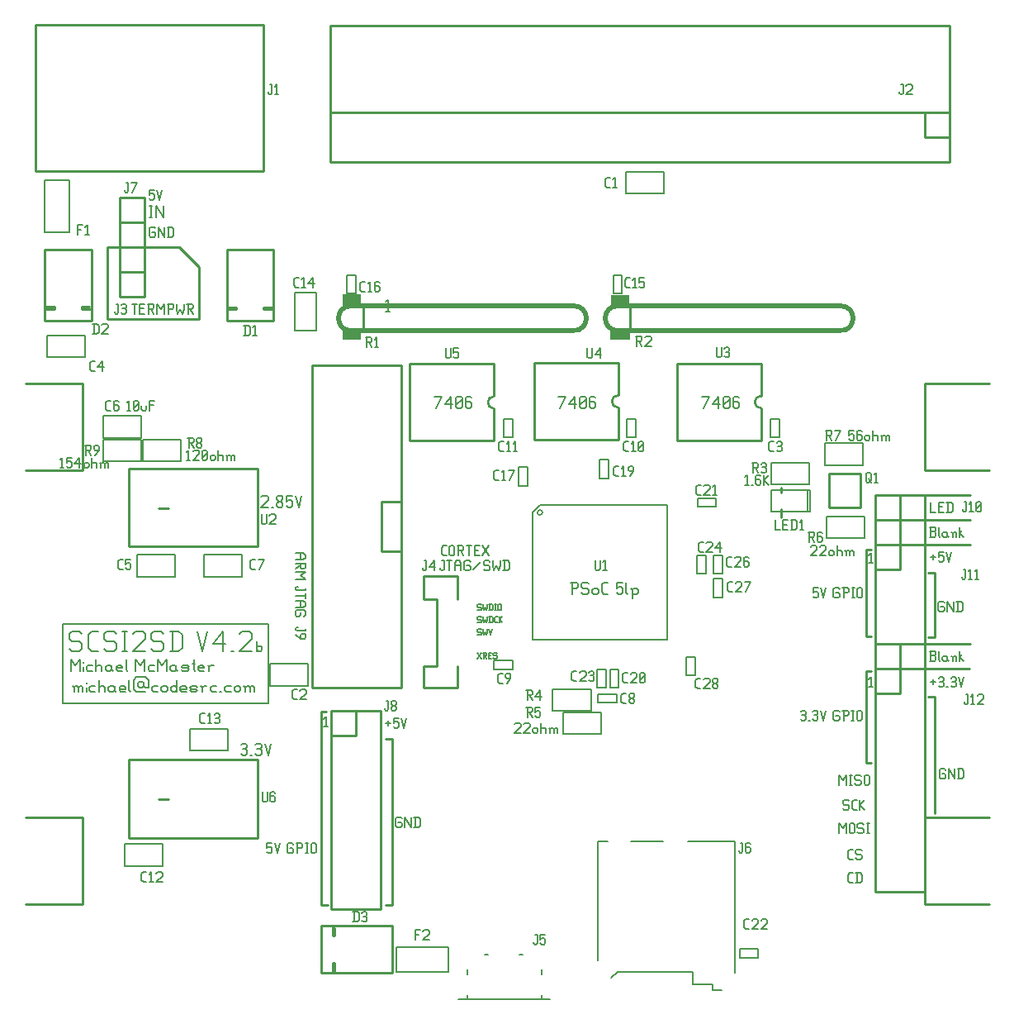
<source format=gto>
G04 start of page 13 for group -4079 idx -4079 *
G04 Title: (unknown), topsilk *
G04 Creator: pcb 20140316 *
G04 CreationDate: Sun 31 Aug 2014 13:13:45 GMT UTC *
G04 For: michael *
G04 Format: Gerber/RS-274X *
G04 PCB-Dimensions (mil): 3930.00 3937.00 *
G04 PCB-Coordinate-Origin: lower left *
%MOIN*%
%FSLAX25Y25*%
%LNTOPSILK*%
%ADD182C,0.0200*%
%ADD181C,0.0080*%
%ADD180C,0.0060*%
%ADD179C,0.0100*%
%ADD178C,0.0001*%
G54D178*G36*
X130000Y284600D02*X137500D01*
Y279600D01*
X130000D01*
Y284600D01*
G37*
G36*
X238300Y284200D02*X245800D01*
Y279200D01*
X238300D01*
Y284200D01*
G37*
G36*
X130000Y270200D02*X137500D01*
Y266200D01*
X130000D01*
Y270200D01*
G37*
G36*
X238000D02*X246000D01*
Y266200D01*
X238000D01*
Y270200D01*
G37*
G54D179*X391000Y248700D02*X365000D01*
Y213700D01*
X391000D01*
X362500Y203700D02*X383500D01*
X363500Y193700D02*X383500D01*
X2000Y248700D02*X25000D01*
Y213700D01*
X35000Y303700D02*Y274700D01*
X72000D01*
Y295700D01*
X64000Y303700D01*
X35000D01*
X391000Y73700D02*X365000D01*
Y38700D01*
X391000D02*X365000D01*
X364500Y183700D02*X383500D01*
X366500Y172200D02*X369000D01*
Y146200D01*
X364500Y143700D02*X383500D01*
X365000Y133700D02*X383000D01*
X366500Y122200D02*X369000D01*
Y75200D01*
Y146200D02*X366500D01*
X341500Y172700D02*Y146700D01*
X343500D01*
X341500Y171200D02*Y181700D01*
X343500D01*
Y132700D02*X341500D01*
Y95700D01*
X343500D01*
X25000Y213700D02*X2000D01*
X307000Y198100D02*Y194700D01*
Y204700D02*Y206800D01*
X2000Y38700D02*X25000D01*
Y73700D01*
X2000D01*
X147500Y105200D02*X150000D01*
Y38200D01*
X147500D01*
X123500Y116200D02*X121500D01*
Y38200D01*
X124000D01*
G54D180*X17000Y151700D02*Y119700D01*
X100000D01*
Y151700D01*
X17000D01*
X170200Y177200D02*X171000D01*
Y173700D01*
X170500Y173200D02*X171000Y173700D01*
X170000Y173200D02*X170500D01*
X169500Y173700D02*X170000Y173200D01*
X169500Y174200D02*Y173700D01*
X172200Y177200D02*X174200D01*
X173200D02*Y173200D01*
X175400Y176200D02*Y173200D01*
Y176200D02*X176100Y177200D01*
X177200D01*
X177900Y176200D01*
Y173200D01*
X175400Y175200D02*X177900D01*
X181100Y177200D02*X181600Y176700D01*
X179600Y177200D02*X181100D01*
X179100Y176700D02*X179600Y177200D01*
X179100Y176700D02*Y173700D01*
X179600Y173200D01*
X181100D01*
X181600Y173700D01*
Y174700D02*Y173700D01*
X181100Y175200D02*X181600Y174700D01*
X180100Y175200D02*X181100D01*
X182800Y173700D02*X185800Y176700D01*
X189000Y177200D02*X189500Y176700D01*
X187500Y177200D02*X189000D01*
X187000Y176700D02*X187500Y177200D01*
X187000Y176700D02*Y175700D01*
X187500Y175200D01*
X189000D01*
X189500Y174700D01*
Y173700D01*
X189000Y173200D02*X189500Y173700D01*
X187500Y173200D02*X189000D01*
X187000Y173700D02*X187500Y173200D01*
X190700Y177200D02*Y175200D01*
X191200Y173200D01*
X192200Y175200D01*
X193200Y173200D01*
X193700Y175200D01*
Y177200D02*Y175200D01*
X195400Y177200D02*Y173200D01*
X196700Y177200D02*X197400Y176500D01*
Y173900D01*
X196700Y173200D02*X197400Y173900D01*
X194900Y173200D02*X196700D01*
X194900Y177200D02*X196700D01*
X111000Y180200D02*X114000D01*
X115000Y179500D01*
Y178400D01*
X114000Y177700D01*
X111000D02*X114000D01*
X113000Y180200D02*Y177700D01*
X115000Y176500D02*Y174500D01*
X114500Y174000D01*
X113500D02*X114500D01*
X113000Y174500D02*X113500Y174000D01*
X113000Y176000D02*Y174500D01*
X111000Y176000D02*X115000D01*
X113000Y175200D02*X111000Y174000D01*
Y172800D02*X115000D01*
X113000Y171300D01*
X115000Y169800D01*
X111000D02*X115000D01*
Y166100D02*Y165300D01*
X111500D02*X115000D01*
X111000Y165800D02*X111500Y165300D01*
X111000Y166300D02*Y165800D01*
X111500Y166800D02*X111000Y166300D01*
X111500Y166800D02*X112000D01*
X115000Y164100D02*Y162100D01*
X111000Y163100D02*X115000D01*
X111000Y160900D02*X114000D01*
X115000Y160200D01*
Y159100D01*
X114000Y158400D01*
X111000D02*X114000D01*
X113000Y160900D02*Y158400D01*
X115000Y155200D02*X114500Y154700D01*
X115000Y156700D02*Y155200D01*
X114500Y157200D02*X115000Y156700D01*
X111500Y157200D02*X114500D01*
X111500D02*X111000Y156700D01*
Y155200D01*
X111500Y154700D01*
X112500D01*
X113000Y155200D02*X112500Y154700D01*
X113000Y156200D02*Y155200D01*
X170700Y179200D02*X172000D01*
X170000Y179900D02*X170700Y179200D01*
X170000Y182500D02*Y179900D01*
Y182500D02*X170700Y183200D01*
X172000D01*
X173200Y182700D02*Y179700D01*
Y182700D02*X173700Y183200D01*
X174700D01*
X175200Y182700D01*
Y179700D01*
X174700Y179200D02*X175200Y179700D01*
X173700Y179200D02*X174700D01*
X173200Y179700D02*X173700Y179200D01*
X176400Y183200D02*X178400D01*
X178900Y182700D01*
Y181700D01*
X178400Y181200D02*X178900Y181700D01*
X176900Y181200D02*X178400D01*
X176900Y183200D02*Y179200D01*
X177700Y181200D02*X178900Y179200D01*
X180100Y183200D02*X182100D01*
X181100D02*Y179200D01*
X183300Y181400D02*X184800D01*
X183300Y179200D02*X185300D01*
X183300Y183200D02*Y179200D01*
Y183200D02*X185300D01*
X186500Y179200D02*X189000Y183200D01*
X186500D02*X189000Y179200D01*
X185700Y159600D02*X186000Y159300D01*
X184800Y159600D02*X185700D01*
X184500Y159300D02*X184800Y159600D01*
X184500Y159300D02*Y158700D01*
X184800Y158400D01*
X185700D01*
X186000Y158100D01*
Y157500D01*
X185700Y157200D02*X186000Y157500D01*
X184800Y157200D02*X185700D01*
X184500Y157500D02*X184800Y157200D01*
X186720Y159600D02*Y158400D01*
X187020Y157200D01*
X187620Y158400D01*
X188220Y157200D01*
X188520Y158400D01*
Y159600D02*Y158400D01*
X189540Y159600D02*Y157200D01*
X190320Y159600D02*X190740Y159180D01*
Y157620D01*
X190320Y157200D02*X190740Y157620D01*
X189240Y157200D02*X190320D01*
X189240Y159600D02*X190320D01*
X191460D02*X192060D01*
X191760D02*Y157200D01*
X191460D02*X192060D01*
X192780Y159300D02*Y157500D01*
Y159300D02*X193080Y159600D01*
X193680D01*
X193980Y159300D01*
Y157500D01*
X193680Y157200D02*X193980Y157500D01*
X193080Y157200D02*X193680D01*
X192780Y157500D02*X193080Y157200D01*
X184500Y137700D02*X186000Y140100D01*
X184500D02*X186000Y137700D01*
X186720Y140100D02*X187920D01*
X188220Y139800D01*
Y139200D01*
X187920Y138900D02*X188220Y139200D01*
X187020Y138900D02*X187920D01*
X187020Y140100D02*Y137700D01*
X187500Y138900D02*X188220Y137700D01*
X188940Y139020D02*X189840D01*
X188940Y137700D02*X190140D01*
X188940Y140100D02*Y137700D01*
Y140100D02*X190140D01*
X192060D02*X192360Y139800D01*
X191160Y140100D02*X192060D01*
X190860Y139800D02*X191160Y140100D01*
X190860Y139800D02*Y139200D01*
X191160Y138900D01*
X192060D01*
X192360Y138600D01*
Y138000D01*
X192060Y137700D02*X192360Y138000D01*
X191160Y137700D02*X192060D01*
X190860Y138000D02*X191160Y137700D01*
X153500Y73700D02*X154000Y73200D01*
X152000Y73700D02*X153500D01*
X151500Y73200D02*X152000Y73700D01*
X151500Y73200D02*Y70200D01*
X152000Y69700D01*
X153500D01*
X154000Y70200D01*
Y71200D02*Y70200D01*
X153500Y71700D02*X154000Y71200D01*
X152500Y71700D02*X153500D01*
X155200Y73700D02*Y69700D01*
Y73700D02*X157700Y69700D01*
Y73700D02*Y69700D01*
X159400Y73700D02*Y69700D01*
X160700Y73700D02*X161400Y73000D01*
Y70400D01*
X160700Y69700D02*X161400Y70400D01*
X158900Y69700D02*X160700D01*
X158900Y73700D02*X160700D01*
X147500Y111700D02*X149500D01*
X148500Y112700D02*Y110700D01*
X150700Y113700D02*X152700D01*
X150700D02*Y111700D01*
X151200Y112200D01*
X152200D01*
X152700Y111700D01*
Y110200D01*
X152200Y109700D02*X152700Y110200D01*
X151200Y109700D02*X152200D01*
X150700Y110200D02*X151200Y109700D01*
X153900Y113700D02*X154900Y109700D01*
X155900Y113700D01*
X99500Y63200D02*X101500D01*
X99500D02*Y61200D01*
X100000Y61700D01*
X101000D01*
X101500Y61200D01*
Y59700D01*
X101000Y59200D02*X101500Y59700D01*
X100000Y59200D02*X101000D01*
X99500Y59700D02*X100000Y59200D01*
X102700Y63200D02*X103700Y59200D01*
X104700Y63200D01*
X109700D02*X110200Y62700D01*
X108200Y63200D02*X109700D01*
X107700Y62700D02*X108200Y63200D01*
X107700Y62700D02*Y59700D01*
X108200Y59200D01*
X109700D01*
X110200Y59700D01*
Y60700D02*Y59700D01*
X109700Y61200D02*X110200Y60700D01*
X108700Y61200D02*X109700D01*
X111900Y63200D02*Y59200D01*
X111400Y63200D02*X113400D01*
X113900Y62700D01*
Y61700D01*
X113400Y61200D02*X113900Y61700D01*
X111900Y61200D02*X113400D01*
X115100Y63200D02*X116100D01*
X115600D02*Y59200D01*
X115100D02*X116100D01*
X117300Y62700D02*Y59700D01*
Y62700D02*X117800Y63200D01*
X118800D01*
X119300Y62700D01*
Y59700D01*
X118800Y59200D02*X119300Y59700D01*
X117800Y59200D02*X118800D01*
X117300Y59700D02*X117800Y59200D01*
X122500Y113400D02*X123300Y114200D01*
Y110200D01*
X122500D02*X124000D01*
X185700Y149600D02*X186000Y149300D01*
X184800Y149600D02*X185700D01*
X184500Y149300D02*X184800Y149600D01*
X184500Y149300D02*Y148700D01*
X184800Y148400D01*
X185700D01*
X186000Y148100D01*
Y147500D01*
X185700Y147200D02*X186000Y147500D01*
X184800Y147200D02*X185700D01*
X184500Y147500D02*X184800Y147200D01*
X186720Y149600D02*Y148400D01*
X187020Y147200D01*
X187620Y148400D01*
X188220Y147200D01*
X188520Y148400D01*
Y149600D02*Y148400D01*
X189240Y149600D02*X189840Y147200D01*
X190440Y149600D01*
X185700Y154600D02*X186000Y154300D01*
X184800Y154600D02*X185700D01*
X184500Y154300D02*X184800Y154600D01*
X184500Y154300D02*Y153700D01*
X184800Y153400D01*
X185700D01*
X186000Y153100D01*
Y152500D01*
X185700Y152200D02*X186000Y152500D01*
X184800Y152200D02*X185700D01*
X184500Y152500D02*X184800Y152200D01*
X186720Y154600D02*Y153400D01*
X187020Y152200D01*
X187620Y153400D01*
X188220Y152200D01*
X188520Y153400D01*
Y154600D02*Y153400D01*
X189540Y154600D02*Y152200D01*
X190320Y154600D02*X190740Y154180D01*
Y152620D01*
X190320Y152200D02*X190740Y152620D01*
X189240Y152200D02*X190320D01*
X189240Y154600D02*X190320D01*
X191880Y152200D02*X192660D01*
X191460Y152620D02*X191880Y152200D01*
X191460Y154180D02*Y152620D01*
Y154180D02*X191880Y154600D01*
X192660D01*
X193380D02*Y152200D01*
Y153400D02*X194580Y154600D01*
X193380Y153400D02*X194580Y152200D01*
X222600Y168500D02*Y163700D01*
X222000Y168500D02*X224400D01*
X225000Y167900D01*
Y166700D01*
X224400Y166100D02*X225000Y166700D01*
X222600Y166100D02*X224400D01*
X228840Y168500D02*X229440Y167900D01*
X227040Y168500D02*X228840D01*
X226440Y167900D02*X227040Y168500D01*
X226440Y167900D02*Y166700D01*
X227040Y166100D01*
X228840D01*
X229440Y165500D01*
Y164300D01*
X228840Y163700D02*X229440Y164300D01*
X227040Y163700D02*X228840D01*
X226440Y164300D02*X227040Y163700D01*
X230880Y165500D02*Y164300D01*
Y165500D02*X231480Y166100D01*
X232680D01*
X233280Y165500D01*
Y164300D01*
X232680Y163700D02*X233280Y164300D01*
X231480Y163700D02*X232680D01*
X230880Y164300D02*X231480Y163700D01*
X235560D02*X237120D01*
X234720Y164540D02*X235560Y163700D01*
X234720Y167660D02*Y164540D01*
Y167660D02*X235560Y168500D01*
X237120D01*
X240720D02*X243120D01*
X240720D02*Y166100D01*
X241320Y166700D01*
X242520D01*
X243120Y166100D01*
Y164300D01*
X242520Y163700D02*X243120Y164300D01*
X241320Y163700D02*X242520D01*
X240720Y164300D02*X241320Y163700D01*
X244560Y168500D02*Y164300D01*
X245160Y163700D01*
X246960Y165500D02*Y161900D01*
X246360Y166100D02*X246960Y165500D01*
X247560Y166100D01*
X248760D01*
X249360Y165500D01*
Y164300D01*
X248760Y163700D02*X249360Y164300D01*
X247560Y163700D02*X248760D01*
X246960Y164300D02*X247560Y163700D01*
X89000Y102900D02*X89600Y103500D01*
X90800D01*
X91400Y102900D01*
X90800Y98700D02*X91400Y99300D01*
X89600Y98700D02*X90800D01*
X89000Y99300D02*X89600Y98700D01*
Y101340D02*X90800D01*
X91400Y102900D02*Y101940D01*
Y100740D02*Y99300D01*
Y100740D02*X90800Y101340D01*
X91400Y101940D02*X90800Y101340D01*
X92840Y98700D02*X93440D01*
X94880Y102900D02*X95480Y103500D01*
X96680D01*
X97280Y102900D01*
X96680Y98700D02*X97280Y99300D01*
X95480Y98700D02*X96680D01*
X94880Y99300D02*X95480Y98700D01*
Y101340D02*X96680D01*
X97280Y102900D02*Y101940D01*
Y100740D02*Y99300D01*
Y100740D02*X96680Y101340D01*
X97280Y101940D02*X96680Y101340D01*
X98720Y103500D02*X99920Y98700D01*
X101120Y103500D01*
X199500Y111200D02*X200000Y111700D01*
X201500D01*
X202000Y111200D01*
Y110200D01*
X199500Y107700D02*X202000Y110200D01*
X199500Y107700D02*X202000D01*
X203200Y111200D02*X203700Y111700D01*
X205200D01*
X205700Y111200D01*
Y110200D01*
X203200Y107700D02*X205700Y110200D01*
X203200Y107700D02*X205700D01*
X206900Y109200D02*Y108200D01*
Y109200D02*X207400Y109700D01*
X208400D01*
X208900Y109200D01*
Y108200D01*
X208400Y107700D02*X208900Y108200D01*
X207400Y107700D02*X208400D01*
X206900Y108200D02*X207400Y107700D01*
X210100Y111700D02*Y107700D01*
Y109200D02*X210600Y109700D01*
X211600D01*
X212100Y109200D01*
Y107700D01*
X213800Y109200D02*Y107700D01*
Y109200D02*X214300Y109700D01*
X214800D01*
X215300Y109200D01*
Y107700D01*
Y109200D02*X215800Y109700D01*
X216300D01*
X216800Y109200D01*
Y107700D01*
X213300Y109700D02*X213800Y109200D01*
X367500Y200700D02*Y196700D01*
X369500D01*
X370700Y198900D02*X372200D01*
X370700Y196700D02*X372700D01*
X370700Y200700D02*Y196700D01*
Y200700D02*X372700D01*
X374400D02*Y196700D01*
X375700Y200700D02*X376400Y200000D01*
Y197400D01*
X375700Y196700D02*X376400Y197400D01*
X373900Y196700D02*X375700D01*
X373900Y200700D02*X375700D01*
X367000Y186700D02*X369000D01*
X369500Y187200D01*
Y188400D02*Y187200D01*
X369000Y188900D02*X369500Y188400D01*
X367500Y188900D02*X369000D01*
X367500Y190700D02*Y186700D01*
X367000Y190700D02*X369000D01*
X369500Y190200D01*
Y189400D01*
X369000Y188900D02*X369500Y189400D01*
X370700Y190700D02*Y187200D01*
X371200Y186700D01*
X373700Y188700D02*X374200Y188200D01*
X372700Y188700D02*X373700D01*
X372200Y188200D02*X372700Y188700D01*
X372200Y188200D02*Y187200D01*
X372700Y186700D01*
X374200Y188700D02*Y187200D01*
X374700Y186700D01*
X372700D02*X373700D01*
X374200Y187200D01*
X376400Y188200D02*Y186700D01*
Y188200D02*X376900Y188700D01*
X377400D01*
X377900Y188200D01*
Y186700D01*
X375900Y188700D02*X376400Y188200D01*
X379100Y190700D02*Y186700D01*
Y188200D02*X380600Y186700D01*
X379100Y188200D02*X380100Y189200D01*
X367500Y178700D02*X369500D01*
X368500Y179700D02*Y177700D01*
X370700Y180700D02*X372700D01*
X370700D02*Y178700D01*
X371200Y179200D01*
X372200D01*
X372700Y178700D01*
Y177200D01*
X372200Y176700D02*X372700Y177200D01*
X371200Y176700D02*X372200D01*
X370700Y177200D02*X371200Y176700D01*
X373900Y180700D02*X374900Y176700D01*
X375900Y180700D01*
X342500Y179400D02*X343300Y180200D01*
Y176200D01*
X342500D02*X344000D01*
X334500Y229700D02*X336500D01*
X334500D02*Y227700D01*
X335000Y228200D01*
X336000D01*
X336500Y227700D01*
Y226200D01*
X336000Y225700D02*X336500Y226200D01*
X335000Y225700D02*X336000D01*
X334500Y226200D02*X335000Y225700D01*
X339200Y229700D02*X339700Y229200D01*
X338200Y229700D02*X339200D01*
X337700Y229200D02*X338200Y229700D01*
X337700Y229200D02*Y226200D01*
X338200Y225700D01*
X339200Y227900D02*X339700Y227400D01*
X337700Y227900D02*X339200D01*
X338200Y225700D02*X339200D01*
X339700Y226200D01*
Y227400D02*Y226200D01*
X340900Y227200D02*Y226200D01*
Y227200D02*X341400Y227700D01*
X342400D01*
X342900Y227200D01*
Y226200D01*
X342400Y225700D02*X342900Y226200D01*
X341400Y225700D02*X342400D01*
X340900Y226200D02*X341400Y225700D01*
X344100Y229700D02*Y225700D01*
Y227200D02*X344600Y227700D01*
X345600D01*
X346100Y227200D01*
Y225700D01*
X347800Y227200D02*Y225700D01*
Y227200D02*X348300Y227700D01*
X348800D01*
X349300Y227200D01*
Y225700D01*
Y227200D02*X349800Y227700D01*
X350300D01*
X350800Y227200D01*
Y225700D01*
X347300Y227700D02*X347800Y227200D01*
X373000Y93200D02*X373500Y92700D01*
X371500Y93200D02*X373000D01*
X371000Y92700D02*X371500Y93200D01*
X371000Y92700D02*Y89700D01*
X371500Y89200D01*
X373000D01*
X373500Y89700D01*
Y90700D02*Y89700D01*
X373000Y91200D02*X373500Y90700D01*
X372000Y91200D02*X373000D01*
X374700Y93200D02*Y89200D01*
Y93200D02*X377200Y89200D01*
Y93200D02*Y89200D01*
X378900Y93200D02*Y89200D01*
X380200Y93200D02*X380900Y92500D01*
Y89900D01*
X380200Y89200D02*X380900Y89900D01*
X378400Y89200D02*X380200D01*
X378400Y93200D02*X380200D01*
X330500Y90700D02*Y86700D01*
Y90700D02*X332000Y88700D01*
X333500Y90700D01*
Y86700D01*
X334700Y90700D02*X335700D01*
X335200D02*Y86700D01*
X334700D02*X335700D01*
X338900Y90700D02*X339400Y90200D01*
X337400Y90700D02*X338900D01*
X336900Y90200D02*X337400Y90700D01*
X336900Y90200D02*Y89200D01*
X337400Y88700D01*
X338900D01*
X339400Y88200D01*
Y87200D01*
X338900Y86700D02*X339400Y87200D01*
X337400Y86700D02*X338900D01*
X336900Y87200D02*X337400Y86700D01*
X340600Y90200D02*Y87200D01*
Y90200D02*X341100Y90700D01*
X342100D01*
X342600Y90200D01*
Y87200D01*
X342100Y86700D02*X342600Y87200D01*
X341100Y86700D02*X342100D01*
X340600Y87200D02*X341100Y86700D01*
X334000Y80700D02*X334500Y80200D01*
X332500Y80700D02*X334000D01*
X332000Y80200D02*X332500Y80700D01*
X332000Y80200D02*Y79200D01*
X332500Y78700D01*
X334000D01*
X334500Y78200D01*
Y77200D01*
X334000Y76700D02*X334500Y77200D01*
X332500Y76700D02*X334000D01*
X332000Y77200D02*X332500Y76700D01*
X336400D02*X337700D01*
X335700Y77400D02*X336400Y76700D01*
X335700Y80000D02*Y77400D01*
Y80000D02*X336400Y80700D01*
X337700D01*
X338900D02*Y76700D01*
Y78700D02*X340900Y80700D01*
X338900Y78700D02*X340900Y76700D01*
X330500Y71200D02*Y67200D01*
Y71200D02*X332000Y69200D01*
X333500Y71200D01*
Y67200D01*
X334700Y70700D02*Y67700D01*
Y70700D02*X335200Y71200D01*
X336200D01*
X336700Y70700D01*
Y67700D01*
X336200Y67200D02*X336700Y67700D01*
X335200Y67200D02*X336200D01*
X334700Y67700D02*X335200Y67200D01*
X339900Y71200D02*X340400Y70700D01*
X338400Y71200D02*X339900D01*
X337900Y70700D02*X338400Y71200D01*
X337900Y70700D02*Y69700D01*
X338400Y69200D01*
X339900D01*
X340400Y68700D01*
Y67700D01*
X339900Y67200D02*X340400Y67700D01*
X338400Y67200D02*X339900D01*
X337900Y67700D02*X338400Y67200D01*
X341600Y71200D02*X342600D01*
X342100D02*Y67200D01*
X341600D02*X342600D01*
X334700Y56700D02*X336000D01*
X334000Y57400D02*X334700Y56700D01*
X334000Y60000D02*Y57400D01*
Y60000D02*X334700Y60700D01*
X336000D01*
X339200D02*X339700Y60200D01*
X337700Y60700D02*X339200D01*
X337200Y60200D02*X337700Y60700D01*
X337200Y60200D02*Y59200D01*
X337700Y58700D01*
X339200D01*
X339700Y58200D01*
Y57200D01*
X339200Y56700D02*X339700Y57200D01*
X337700Y56700D02*X339200D01*
X337200Y57200D02*X337700Y56700D01*
X334700Y47200D02*X336000D01*
X334000Y47900D02*X334700Y47200D01*
X334000Y50500D02*Y47900D01*
Y50500D02*X334700Y51200D01*
X336000D01*
X337700D02*Y47200D01*
X339000Y51200D02*X339700Y50500D01*
Y47900D01*
X339000Y47200D02*X339700Y47900D01*
X337200Y47200D02*X339000D01*
X337200Y51200D02*X339000D01*
X367500Y128200D02*X369500D01*
X368500Y129200D02*Y127200D01*
X370700Y129700D02*X371200Y130200D01*
X372200D01*
X372700Y129700D01*
X372200Y126200D02*X372700Y126700D01*
X371200Y126200D02*X372200D01*
X370700Y126700D02*X371200Y126200D01*
Y128400D02*X372200D01*
X372700Y129700D02*Y128900D01*
Y127900D02*Y126700D01*
Y127900D02*X372200Y128400D01*
X372700Y128900D02*X372200Y128400D01*
X373900Y126200D02*X374400D01*
X375600Y129700D02*X376100Y130200D01*
X377100D01*
X377600Y129700D01*
X377100Y126200D02*X377600Y126700D01*
X376100Y126200D02*X377100D01*
X375600Y126700D02*X376100Y126200D01*
Y128400D02*X377100D01*
X377600Y129700D02*Y128900D01*
Y127900D02*Y126700D01*
Y127900D02*X377100Y128400D01*
X377600Y128900D02*X377100Y128400D01*
X378800Y130200D02*X379800Y126200D01*
X380800Y130200D01*
X367000Y136700D02*X369000D01*
X369500Y137200D01*
Y138400D02*Y137200D01*
X369000Y138900D02*X369500Y138400D01*
X367500Y138900D02*X369000D01*
X367500Y140700D02*Y136700D01*
X367000Y140700D02*X369000D01*
X369500Y140200D01*
Y139400D01*
X369000Y138900D02*X369500Y139400D01*
X370700Y140700D02*Y137200D01*
X371200Y136700D01*
X373700Y138700D02*X374200Y138200D01*
X372700Y138700D02*X373700D01*
X372200Y138200D02*X372700Y138700D01*
X372200Y138200D02*Y137200D01*
X372700Y136700D01*
X374200Y138700D02*Y137200D01*
X374700Y136700D01*
X372700D02*X373700D01*
X374200Y137200D01*
X376400Y138200D02*Y136700D01*
Y138200D02*X376900Y138700D01*
X377400D01*
X377900Y138200D01*
Y136700D01*
X375900Y138700D02*X376400Y138200D01*
X379100Y140700D02*Y136700D01*
Y138200D02*X380600Y136700D01*
X379100Y138200D02*X380100Y139200D01*
X372500Y160700D02*X373000Y160200D01*
X371000Y160700D02*X372500D01*
X370500Y160200D02*X371000Y160700D01*
X370500Y160200D02*Y157200D01*
X371000Y156700D01*
X372500D01*
X373000Y157200D01*
Y158200D02*Y157200D01*
X372500Y158700D02*X373000Y158200D01*
X371500Y158700D02*X372500D01*
X374200Y160700D02*Y156700D01*
Y160700D02*X376700Y156700D01*
Y160700D02*Y156700D01*
X378400Y160700D02*Y156700D01*
X379700Y160700D02*X380400Y160000D01*
Y157400D01*
X379700Y156700D02*X380400Y157400D01*
X377900Y156700D02*X379700D01*
X377900Y160700D02*X379700D01*
X342500Y129400D02*X343300Y130200D01*
Y126200D01*
X342500D02*X344000D01*
X320000Y166200D02*X322000D01*
X320000D02*Y164200D01*
X320500Y164700D01*
X321500D01*
X322000Y164200D01*
Y162700D01*
X321500Y162200D02*X322000Y162700D01*
X320500Y162200D02*X321500D01*
X320000Y162700D02*X320500Y162200D01*
X323200Y166200D02*X324200Y162200D01*
X325200Y166200D01*
X330200D02*X330700Y165700D01*
X328700Y166200D02*X330200D01*
X328200Y165700D02*X328700Y166200D01*
X328200Y165700D02*Y162700D01*
X328700Y162200D01*
X330200D01*
X330700Y162700D01*
Y163700D02*Y162700D01*
X330200Y164200D02*X330700Y163700D01*
X329200Y164200D02*X330200D01*
X332400Y166200D02*Y162200D01*
X331900Y166200D02*X333900D01*
X334400Y165700D01*
Y164700D01*
X333900Y164200D02*X334400Y164700D01*
X332400Y164200D02*X333900D01*
X335600Y166200D02*X336600D01*
X336100D02*Y162200D01*
X335600D02*X336600D01*
X337800Y165700D02*Y162700D01*
Y165700D02*X338300Y166200D01*
X339300D01*
X339800Y165700D01*
Y162700D01*
X339300Y162200D02*X339800Y162700D01*
X338300Y162200D02*X339300D01*
X337800Y162700D02*X338300Y162200D01*
X319000Y182700D02*X319500Y183200D01*
X321000D01*
X321500Y182700D01*
Y181700D01*
X319000Y179200D02*X321500Y181700D01*
X319000Y179200D02*X321500D01*
X322700Y182700D02*X323200Y183200D01*
X324700D01*
X325200Y182700D01*
Y181700D01*
X322700Y179200D02*X325200Y181700D01*
X322700Y179200D02*X325200D01*
X326400Y180700D02*Y179700D01*
Y180700D02*X326900Y181200D01*
X327900D01*
X328400Y180700D01*
Y179700D01*
X327900Y179200D02*X328400Y179700D01*
X326900Y179200D02*X327900D01*
X326400Y179700D02*X326900Y179200D01*
X329600Y183200D02*Y179200D01*
Y180700D02*X330100Y181200D01*
X331100D01*
X331600Y180700D01*
Y179200D01*
X333300Y180700D02*Y179200D01*
Y180700D02*X333800Y181200D01*
X334300D01*
X334800Y180700D01*
Y179200D01*
Y180700D02*X335300Y181200D01*
X335800D01*
X336300Y180700D01*
Y179200D01*
X332800Y181200D02*X333300Y180700D01*
X292500Y210900D02*X293300Y211700D01*
Y207700D01*
X292500D02*X294000D01*
X295200D02*X295700D01*
X298400Y211700D02*X298900Y211200D01*
X297400Y211700D02*X298400D01*
X296900Y211200D02*X297400Y211700D01*
X296900Y211200D02*Y208200D01*
X297400Y207700D01*
X298400Y209900D02*X298900Y209400D01*
X296900Y209900D02*X298400D01*
X297400Y207700D02*X298400D01*
X298900Y208200D01*
Y209400D02*Y208200D01*
X300100Y211700D02*Y207700D01*
Y209700D02*X302100Y211700D01*
X300100Y209700D02*X302100Y207700D01*
X315000Y116200D02*X315500Y116700D01*
X316500D01*
X317000Y116200D01*
X316500Y112700D02*X317000Y113200D01*
X315500Y112700D02*X316500D01*
X315000Y113200D02*X315500Y112700D01*
Y114900D02*X316500D01*
X317000Y116200D02*Y115400D01*
Y114400D02*Y113200D01*
Y114400D02*X316500Y114900D01*
X317000Y115400D02*X316500Y114900D01*
X318200Y112700D02*X318700D01*
X319900Y116200D02*X320400Y116700D01*
X321400D01*
X321900Y116200D01*
X321400Y112700D02*X321900Y113200D01*
X320400Y112700D02*X321400D01*
X319900Y113200D02*X320400Y112700D01*
Y114900D02*X321400D01*
X321900Y116200D02*Y115400D01*
Y114400D02*Y113200D01*
Y114400D02*X321400Y114900D01*
X321900Y115400D02*X321400Y114900D01*
X323100Y116700D02*X324100Y112700D01*
X325100Y116700D01*
X330100D02*X330600Y116200D01*
X328600Y116700D02*X330100D01*
X328100Y116200D02*X328600Y116700D01*
X328100Y116200D02*Y113200D01*
X328600Y112700D01*
X330100D01*
X330600Y113200D01*
Y114200D02*Y113200D01*
X330100Y114700D02*X330600Y114200D01*
X329100Y114700D02*X330100D01*
X332300Y116700D02*Y112700D01*
X331800Y116700D02*X333800D01*
X334300Y116200D01*
Y115200D01*
X333800Y114700D02*X334300Y115200D01*
X332300Y114700D02*X333800D01*
X335500Y116700D02*X336500D01*
X336000D02*Y112700D01*
X335500D02*X336500D01*
X337700Y116200D02*Y113200D01*
Y116200D02*X338200Y116700D01*
X339200D01*
X339700Y116200D01*
Y113200D01*
X339200Y112700D02*X339700Y113200D01*
X338200Y112700D02*X339200D01*
X337700Y113200D02*X338200Y112700D01*
X52000Y326700D02*X54000D01*
X52000D02*Y324700D01*
X52500Y325200D01*
X53500D01*
X54000Y324700D01*
Y323200D01*
X53500Y322700D02*X54000Y323200D01*
X52500Y322700D02*X53500D01*
X52000Y323200D02*X52500Y322700D01*
X55200Y326700D02*X56200Y322700D01*
X57200Y326700D01*
X54000Y311700D02*X54500Y311200D01*
X52500Y311700D02*X54000D01*
X52000Y311200D02*X52500Y311700D01*
X52000Y311200D02*Y308200D01*
X52500Y307700D01*
X54000D01*
X54500Y308200D01*
Y309200D02*Y308200D01*
X54000Y309700D02*X54500Y309200D01*
X53000Y309700D02*X54000D01*
X55700Y311700D02*Y307700D01*
Y311700D02*X58200Y307700D01*
Y311700D02*Y307700D01*
X59900Y311700D02*Y307700D01*
X61200Y311700D02*X61900Y311000D01*
Y308400D01*
X61200Y307700D02*X61900Y308400D01*
X59400Y307700D02*X61200D01*
X59400Y311700D02*X61200D01*
X45000Y280700D02*X47000D01*
X46000D02*Y276700D01*
X48200Y278900D02*X49700D01*
X48200Y276700D02*X50200D01*
X48200Y280700D02*Y276700D01*
Y280700D02*X50200D01*
X51400D02*X53400D01*
X53900Y280200D01*
Y279200D01*
X53400Y278700D02*X53900Y279200D01*
X51900Y278700D02*X53400D01*
X51900Y280700D02*Y276700D01*
X52700Y278700D02*X53900Y276700D01*
X55100Y280700D02*Y276700D01*
Y280700D02*X56600Y278700D01*
X58100Y280700D01*
Y276700D01*
X59800Y280700D02*Y276700D01*
X59300Y280700D02*X61300D01*
X61800Y280200D01*
Y279200D01*
X61300Y278700D02*X61800Y279200D01*
X59800Y278700D02*X61300D01*
X63000Y280700D02*Y278700D01*
X63500Y276700D01*
X64500Y278700D01*
X65500Y276700D01*
X66000Y278700D01*
Y280700D02*Y278700D01*
X67200Y280700D02*X69200D01*
X69700Y280200D01*
Y279200D01*
X69200Y278700D02*X69700Y279200D01*
X67700Y278700D02*X69200D01*
X67700Y280700D02*Y276700D01*
X68500Y278700D02*X69700Y276700D01*
X43000Y240900D02*X43800Y241700D01*
Y237700D01*
X43000D02*X44500D01*
X45700Y238200D02*X46200Y237700D01*
X45700Y241200D02*Y238200D01*
Y241200D02*X46200Y241700D01*
X47200D01*
X47700Y241200D01*
Y238200D01*
X47200Y237700D02*X47700Y238200D01*
X46200Y237700D02*X47200D01*
X45700Y238700D02*X47700Y240700D01*
X48900Y239700D02*Y238200D01*
X49400Y237700D01*
X50400D01*
X50900Y238200D01*
Y239700D02*Y238200D01*
X52100Y241700D02*Y237700D01*
Y241700D02*X54100D01*
X52100Y239900D02*X53600D01*
X147300Y281540D02*X148260Y282500D01*
Y277700D01*
X147300D02*X149100D01*
X167600Y238700D02*X170000Y243500D01*
X167000D02*X170000D01*
X171440Y240500D02*X173840Y243500D01*
X171440Y240500D02*X174440D01*
X173840Y243500D02*Y238700D01*
X175880Y239300D02*X176480Y238700D01*
X175880Y242900D02*Y239300D01*
Y242900D02*X176480Y243500D01*
X177680D01*
X178280Y242900D01*
Y239300D01*
X177680Y238700D02*X178280Y239300D01*
X176480Y238700D02*X177680D01*
X175880Y239900D02*X178280Y242300D01*
X181520Y243500D02*X182120Y242900D01*
X180320Y243500D02*X181520D01*
X179720Y242900D02*X180320Y243500D01*
X179720Y242900D02*Y239300D01*
X180320Y238700D01*
X181520Y241340D02*X182120Y240740D01*
X179720Y241340D02*X181520D01*
X180320Y238700D02*X181520D01*
X182120Y239300D01*
Y240740D02*Y239300D01*
X217600Y238700D02*X220000Y243500D01*
X217000D02*X220000D01*
X221440Y240500D02*X223840Y243500D01*
X221440Y240500D02*X224440D01*
X223840Y243500D02*Y238700D01*
X225880Y239300D02*X226480Y238700D01*
X225880Y242900D02*Y239300D01*
Y242900D02*X226480Y243500D01*
X227680D01*
X228280Y242900D01*
Y239300D01*
X227680Y238700D02*X228280Y239300D01*
X226480Y238700D02*X227680D01*
X225880Y239900D02*X228280Y242300D01*
X231520Y243500D02*X232120Y242900D01*
X230320Y243500D02*X231520D01*
X229720Y242900D02*X230320Y243500D01*
X229720Y242900D02*Y239300D01*
X230320Y238700D01*
X231520Y241340D02*X232120Y240740D01*
X229720Y241340D02*X231520D01*
X230320Y238700D02*X231520D01*
X232120Y239300D01*
Y240740D02*Y239300D01*
X275600Y238700D02*X278000Y243500D01*
X275000D02*X278000D01*
X279440Y240500D02*X281840Y243500D01*
X279440Y240500D02*X282440D01*
X281840Y243500D02*Y238700D01*
X283880Y239300D02*X284480Y238700D01*
X283880Y242900D02*Y239300D01*
Y242900D02*X284480Y243500D01*
X285680D01*
X286280Y242900D01*
Y239300D01*
X285680Y238700D02*X286280Y239300D01*
X284480Y238700D02*X285680D01*
X283880Y239900D02*X286280Y242300D01*
X289520Y243500D02*X290120Y242900D01*
X288320Y243500D02*X289520D01*
X287720Y242900D02*X288320Y243500D01*
X287720Y242900D02*Y239300D01*
X288320Y238700D01*
X289520Y241340D02*X290120Y240740D01*
X287720Y241340D02*X289520D01*
X288320Y238700D02*X289520D01*
X290120Y239300D01*
Y240740D02*Y239300D01*
X52000Y320500D02*X53200D01*
X52600D02*Y315700D01*
X52000D02*X53200D01*
X54640Y320500D02*Y315700D01*
Y320500D02*X57640Y315700D01*
Y320500D02*Y315700D01*
X97000Y202900D02*X97600Y203500D01*
X99400D01*
X100000Y202900D01*
Y201700D01*
X97000Y198700D02*X100000Y201700D01*
X97000Y198700D02*X100000D01*
X101440D02*X102040D01*
X103480Y199300D02*X104080Y198700D01*
X103480Y200260D02*Y199300D01*
Y200260D02*X104320Y201100D01*
X105040D01*
X105880Y200260D01*
Y199300D01*
X105280Y198700D02*X105880Y199300D01*
X104080Y198700D02*X105280D01*
X103480Y201940D02*X104320Y201100D01*
X103480Y202900D02*Y201940D01*
Y202900D02*X104080Y203500D01*
X105280D01*
X105880Y202900D01*
Y201940D01*
X105040Y201100D02*X105880Y201940D01*
X107320Y203500D02*X109720D01*
X107320D02*Y201100D01*
X107920Y201700D01*
X109120D01*
X109720Y201100D01*
Y199300D01*
X109120Y198700D02*X109720Y199300D01*
X107920Y198700D02*X109120D01*
X107320Y199300D02*X107920Y198700D01*
X111160Y203500D02*X112360Y198700D01*
X113560Y203500D01*
X67000Y220900D02*X67800Y221700D01*
Y217700D01*
X67000D02*X68500D01*
X69700Y221200D02*X70200Y221700D01*
X71700D01*
X72200Y221200D01*
Y220200D01*
X69700Y217700D02*X72200Y220200D01*
X69700Y217700D02*X72200D01*
X73400Y218200D02*X73900Y217700D01*
X73400Y221200D02*Y218200D01*
Y221200D02*X73900Y221700D01*
X74900D01*
X75400Y221200D01*
Y218200D01*
X74900Y217700D02*X75400Y218200D01*
X73900Y217700D02*X74900D01*
X73400Y218700D02*X75400Y220700D01*
X76600Y219200D02*Y218200D01*
Y219200D02*X77100Y219700D01*
X78100D01*
X78600Y219200D01*
Y218200D01*
X78100Y217700D02*X78600Y218200D01*
X77100Y217700D02*X78100D01*
X76600Y218200D02*X77100Y217700D01*
X79800Y221700D02*Y217700D01*
Y219200D02*X80300Y219700D01*
X81300D01*
X81800Y219200D01*
Y217700D01*
X83500Y219200D02*Y217700D01*
Y219200D02*X84000Y219700D01*
X84500D01*
X85000Y219200D01*
Y217700D01*
Y219200D02*X85500Y219700D01*
X86000D01*
X86500Y219200D01*
Y217700D01*
X83000Y219700D02*X83500Y219200D01*
X16000Y217900D02*X16800Y218700D01*
Y214700D01*
X16000D02*X17500D01*
X18700Y218700D02*X20700D01*
X18700D02*Y216700D01*
X19200Y217200D01*
X20200D01*
X20700Y216700D01*
Y215200D01*
X20200Y214700D02*X20700Y215200D01*
X19200Y214700D02*X20200D01*
X18700Y215200D02*X19200Y214700D01*
X21900Y216200D02*X23900Y218700D01*
X21900Y216200D02*X24400D01*
X23900Y218700D02*Y214700D01*
X25600Y216200D02*Y215200D01*
Y216200D02*X26100Y216700D01*
X27100D01*
X27600Y216200D01*
Y215200D01*
X27100Y214700D02*X27600Y215200D01*
X26100Y214700D02*X27100D01*
X25600Y215200D02*X26100Y214700D01*
X28800Y218700D02*Y214700D01*
Y216200D02*X29300Y216700D01*
X30300D01*
X30800Y216200D01*
Y214700D01*
X32500Y216200D02*Y214700D01*
Y216200D02*X33000Y216700D01*
X33500D01*
X34000Y216200D01*
Y214700D01*
Y216200D02*X34500Y216700D01*
X35000D01*
X35500Y216200D01*
Y214700D01*
X32000Y216700D02*X32500Y216200D01*
X20400Y137500D02*Y132700D01*
Y137500D02*X22200Y135100D01*
X24000Y137500D01*
Y132700D01*
X25440Y136300D02*Y136180D01*
Y134500D02*Y132700D01*
X27240Y135100D02*X29040D01*
X26640Y134500D02*X27240Y135100D01*
X26640Y134500D02*Y133300D01*
X27240Y132700D01*
X29040D01*
X30480Y137500D02*Y132700D01*
Y134500D02*X31080Y135100D01*
X32280D01*
X32880Y134500D01*
Y132700D01*
X36120Y135100D02*X36720Y134500D01*
X34920Y135100D02*X36120D01*
X34320Y134500D02*X34920Y135100D01*
X34320Y134500D02*Y133300D01*
X34920Y132700D01*
X36720Y135100D02*Y133300D01*
X37320Y132700D01*
X34920D02*X36120D01*
X36720Y133300D01*
X39360Y132700D02*X41160D01*
X38760Y133300D02*X39360Y132700D01*
X38760Y134500D02*Y133300D01*
Y134500D02*X39360Y135100D01*
X40560D01*
X41160Y134500D01*
X38760Y133900D02*X41160D01*
Y134500D02*Y133900D01*
X42600Y137500D02*Y133300D01*
X43200Y132700D01*
X46560Y137500D02*Y132700D01*
Y137500D02*X48360Y135100D01*
X50160Y137500D01*
Y132700D01*
X52200Y135100D02*X54000D01*
X51600Y134500D02*X52200Y135100D01*
X51600Y134500D02*Y133300D01*
X52200Y132700D01*
X54000D01*
X55440Y137500D02*Y132700D01*
Y137500D02*X57240Y135100D01*
X59040Y137500D01*
Y132700D01*
X62280Y135100D02*X62880Y134500D01*
X61080Y135100D02*X62280D01*
X60480Y134500D02*X61080Y135100D01*
X60480Y134500D02*Y133300D01*
X61080Y132700D01*
X62880Y135100D02*Y133300D01*
X63480Y132700D01*
X61080D02*X62280D01*
X62880Y133300D01*
X65520Y132700D02*X67320D01*
X67920Y133300D01*
X67320Y133900D02*X67920Y133300D01*
X65520Y133900D02*X67320D01*
X64920Y134500D02*X65520Y133900D01*
X64920Y134500D02*X65520Y135100D01*
X67320D01*
X67920Y134500D01*
X64920Y133300D02*X65520Y132700D01*
X69960Y137500D02*Y133300D01*
X70560Y132700D01*
X69360Y135700D02*X70560D01*
X72360Y132700D02*X74160D01*
X71760Y133300D02*X72360Y132700D01*
X71760Y134500D02*Y133300D01*
Y134500D02*X72360Y135100D01*
X73560D01*
X74160Y134500D01*
X71760Y133900D02*X74160D01*
Y134500D02*Y133900D01*
X76200Y134500D02*Y132700D01*
Y134500D02*X76800Y135100D01*
X78000D01*
X75600D02*X76200Y134500D01*
X21600Y126100D02*Y124300D01*
Y126100D02*X22200Y126700D01*
X22800D01*
X23400Y126100D01*
Y124300D01*
Y126100D02*X24000Y126700D01*
X24600D01*
X25200Y126100D01*
Y124300D01*
X21000Y126700D02*X21600Y126100D01*
X26640Y127900D02*Y127780D01*
Y126100D02*Y124300D01*
X28440Y126700D02*X30240D01*
X27840Y126100D02*X28440Y126700D01*
X27840Y126100D02*Y124900D01*
X28440Y124300D01*
X30240D01*
X31680Y129100D02*Y124300D01*
Y126100D02*X32280Y126700D01*
X33480D01*
X34080Y126100D01*
Y124300D01*
X37320Y126700D02*X37920Y126100D01*
X36120Y126700D02*X37320D01*
X35520Y126100D02*X36120Y126700D01*
X35520Y126100D02*Y124900D01*
X36120Y124300D01*
X37920Y126700D02*Y124900D01*
X38520Y124300D01*
X36120D02*X37320D01*
X37920Y124900D01*
X40560Y124300D02*X42360D01*
X39960Y124900D02*X40560Y124300D01*
X39960Y126100D02*Y124900D01*
Y126100D02*X40560Y126700D01*
X41760D01*
X42360Y126100D01*
X39960Y125500D02*X42360D01*
Y126100D02*Y125500D01*
X43800Y129100D02*Y124900D01*
X44400Y124300D01*
X45600Y129100D02*Y125500D01*
X46800Y124300D01*
X50400D01*
X51600Y129100D02*Y126100D01*
Y129100D02*X50400Y130300D01*
X46800D02*X50400D01*
X46800D02*X45600Y129100D01*
X47400Y127900D02*Y126700D01*
X48000Y126100D01*
X49200D01*
X49800Y126700D01*
X50400Y126100D01*
X49800Y128500D02*Y126700D01*
Y127900D02*X49200Y128500D01*
X48000D02*X49200D01*
X48000D02*X47400Y127900D01*
X50400Y126100D02*X51600D01*
X53640Y126700D02*X55440D01*
X53040Y126100D02*X53640Y126700D01*
X53040Y126100D02*Y124900D01*
X53640Y124300D01*
X55440D01*
X56880Y126100D02*Y124900D01*
Y126100D02*X57480Y126700D01*
X58680D01*
X59280Y126100D01*
Y124900D01*
X58680Y124300D02*X59280Y124900D01*
X57480Y124300D02*X58680D01*
X56880Y124900D02*X57480Y124300D01*
X63120Y129100D02*Y124300D01*
X62520D02*X63120Y124900D01*
X61320Y124300D02*X62520D01*
X60720Y124900D02*X61320Y124300D01*
X60720Y126100D02*Y124900D01*
Y126100D02*X61320Y126700D01*
X62520D01*
X63120Y126100D01*
X65160Y124300D02*X66960D01*
X64560Y124900D02*X65160Y124300D01*
X64560Y126100D02*Y124900D01*
Y126100D02*X65160Y126700D01*
X66360D01*
X66960Y126100D01*
X64560Y125500D02*X66960D01*
Y126100D02*Y125500D01*
X69000Y124300D02*X70800D01*
X71400Y124900D01*
X70800Y125500D02*X71400Y124900D01*
X69000Y125500D02*X70800D01*
X68400Y126100D02*X69000Y125500D01*
X68400Y126100D02*X69000Y126700D01*
X70800D01*
X71400Y126100D01*
X68400Y124900D02*X69000Y124300D01*
X73440Y126100D02*Y124300D01*
Y126100D02*X74040Y126700D01*
X75240D01*
X72840D02*X73440Y126100D01*
X77280Y126700D02*X79080D01*
X76680Y126100D02*X77280Y126700D01*
X76680Y126100D02*Y124900D01*
X77280Y124300D01*
X79080D01*
X80520D02*X81120D01*
X83160Y126700D02*X84960D01*
X82560Y126100D02*X83160Y126700D01*
X82560Y126100D02*Y124900D01*
X83160Y124300D01*
X84960D01*
X86400Y126100D02*Y124900D01*
Y126100D02*X87000Y126700D01*
X88200D01*
X88800Y126100D01*
Y124900D01*
X88200Y124300D02*X88800Y124900D01*
X87000Y124300D02*X88200D01*
X86400Y124900D02*X87000Y124300D01*
X90840Y126100D02*Y124300D01*
Y126100D02*X91440Y126700D01*
X92040D01*
X92640Y126100D01*
Y124300D01*
Y126100D02*X93240Y126700D01*
X93840D01*
X94440Y126100D01*
Y124300D01*
X90240Y126700D02*X90840Y126100D01*
G54D181*X23900Y148700D02*X24900Y147700D01*
X20900Y148700D02*X23900D01*
X19900Y147700D02*X20900Y148700D01*
X19900Y147700D02*Y145700D01*
X20900Y144700D01*
X23900D01*
X24900Y143700D01*
Y141700D01*
X23900Y140700D02*X24900Y141700D01*
X20900Y140700D02*X23900D01*
X19900Y141700D02*X20900Y140700D01*
X28700D02*X31300D01*
X27300Y142100D02*X28700Y140700D01*
X27300Y147300D02*Y142100D01*
Y147300D02*X28700Y148700D01*
X31300D01*
X37700D02*X38700Y147700D01*
X34700Y148700D02*X37700D01*
X33700Y147700D02*X34700Y148700D01*
X33700Y147700D02*Y145700D01*
X34700Y144700D01*
X37700D01*
X38700Y143700D01*
Y141700D01*
X37700Y140700D02*X38700Y141700D01*
X34700Y140700D02*X37700D01*
X33700Y141700D02*X34700Y140700D01*
X41100Y148700D02*X43100D01*
X42100D02*Y140700D01*
X41100D02*X43100D01*
X45500Y147700D02*X46500Y148700D01*
X49500D01*
X50500Y147700D01*
Y145700D01*
X45500Y140700D02*X50500Y145700D01*
X45500Y140700D02*X50500D01*
X56900Y148700D02*X57900Y147700D01*
X53900Y148700D02*X56900D01*
X52900Y147700D02*X53900Y148700D01*
X52900Y147700D02*Y145700D01*
X53900Y144700D01*
X56900D01*
X57900Y143700D01*
Y141700D01*
X56900Y140700D02*X57900Y141700D01*
X53900Y140700D02*X56900D01*
X52900Y141700D02*X53900Y140700D01*
X61300Y148700D02*Y140700D01*
X63900Y148700D02*X65300Y147300D01*
Y142100D01*
X63900Y140700D02*X65300Y142100D01*
X60300Y140700D02*X63900D01*
X60300Y148700D02*X63900D01*
X71300D02*X73300Y140700D01*
X75300Y148700D01*
X77700Y143700D02*X81700Y148700D01*
X77700Y143700D02*X82700D01*
X81700Y148700D02*Y140700D01*
X85100D02*X86100D01*
X88500Y147700D02*X89500Y148700D01*
X92500D01*
X93500Y147700D01*
Y145700D01*
X88500Y140700D02*X93500Y145700D01*
X88500Y140700D02*X93500D01*
G54D180*X95500Y144700D02*Y140700D01*
Y141200D02*X96000Y140700D01*
X97000D01*
X97500Y141200D01*
Y142200D02*Y141200D01*
X97000Y142700D02*X97500Y142200D01*
X96000Y142700D02*X97000D01*
X95500Y142200D02*X96000Y142700D01*
G54D179*X6000Y334200D02*X98000D01*
X6000D02*Y393200D01*
X98000D01*
Y334200D01*
X40000Y303700D02*X50000D01*
Y323700D02*Y303700D01*
X40000Y323700D02*X50000D01*
X40000D02*Y303700D01*
X50000Y313700D02*Y303700D01*
X40000Y313700D02*X50000D01*
G54D181*X10800Y268100D02*Y259300D01*
X26200D01*
Y268100D02*Y259300D01*
X10800Y268100D02*X26200D01*
G54D179*X40000Y283700D02*X50000D01*
Y303700D02*Y283700D01*
X40000Y303700D02*X50000D01*
X40000D02*Y283700D01*
X50000Y293700D02*Y283700D01*
X40000Y293700D02*X50000D01*
G54D181*X33300Y235600D02*Y226800D01*
X48700D01*
Y235600D01*
X33300D01*
Y226100D02*Y217300D01*
X48700D01*
Y226100D01*
X33300D01*
G54D179*X9748Y274062D02*X28646D01*
Y302802D02*Y274062D01*
X9748Y302802D02*X28646D01*
X9748D02*Y274062D01*
Y278786D02*X13685D01*
Y279574D02*Y278786D01*
X10536Y279574D02*X13685D01*
X24709Y278786D02*X28646D01*
X24709Y279574D02*Y278786D01*
Y279574D02*X27859D01*
G54D181*X9600Y330800D02*X19600D01*
X9600D02*Y309800D01*
X19600D01*
Y330800D02*Y309800D01*
G54D179*X83248Y273992D02*X102146D01*
Y302732D02*Y273992D01*
X83248Y302732D02*X102146D01*
X83248D02*Y273992D01*
Y278716D02*X87185D01*
Y279504D02*Y278716D01*
X84036Y279504D02*X87185D01*
X98209Y278716D02*X102146D01*
X98209Y279504D02*Y278716D01*
Y279504D02*X101359D01*
X43750Y182950D02*X95750D01*
X43750Y214450D02*Y182950D01*
Y214450D02*X95750D01*
Y182950D01*
X55750Y198450D02*X59750D01*
G54D181*X74123Y179612D02*Y170812D01*
X89523D01*
Y179612D02*Y170812D01*
X74123Y179612D02*X89523D01*
X62523D02*Y170812D01*
X47123Y179612D02*X62523D01*
X47123D02*Y170812D01*
X62523D01*
X49300Y226100D02*Y217300D01*
X64700D01*
Y226100D02*Y217300D01*
X49300Y226100D02*X64700D01*
G54D179*X125500Y116700D02*Y36700D01*
X145500D01*
Y116700D02*Y36700D01*
X125500Y116700D02*X145500D01*
X125500Y106700D02*X135500D01*
Y116700D02*Y106700D01*
G54D181*X218941Y116078D02*Y107278D01*
X234341D01*
Y116078D01*
X218941D01*
X214900Y125500D02*Y116700D01*
X230300D01*
Y125500D01*
X214900D01*
G54D180*X233228Y119929D02*Y123472D01*
X240708Y119929D02*X233228D01*
X240708Y123472D02*Y119929D01*
X233228Y123472D02*X240708D01*
X290354Y20572D02*Y17029D01*
X297834D01*
Y20572D02*Y17029D01*
X290354Y20572D02*X297834D01*
G54D179*X345000Y133700D02*Y43700D01*
X365000D01*
Y133700D01*
X345000D01*
Y123700D02*X355000D01*
Y133700D01*
G54D180*X176721Y491D02*X213729D01*
X180264Y1869D02*Y491D01*
Y12499D02*Y10334D01*
X210382Y1869D02*Y491D01*
Y12499D02*Y10334D01*
X187547Y18208D02*X188729D01*
X201524D02*X202902D01*
G54D181*X172900Y21400D02*Y11400D01*
X151900Y21400D02*X172900D01*
X151900D02*Y11400D01*
X172900D01*
G54D179*X121362Y29952D02*Y11054D01*
X150102D01*
Y29952D02*Y11054D01*
X121362Y29952D02*X150102D01*
X126086D02*Y26015D01*
X126874D01*
Y29164D02*Y26015D01*
X126086Y14991D02*Y11054D01*
Y14991D02*X126874D01*
Y11841D01*
G54D180*X271500Y6400D02*X279500D01*
X271500Y11400D02*Y6400D01*
X241000Y11400D02*X271500D01*
X241000D02*X238500Y8900D01*
X279500Y6400D02*Y3900D01*
X283000D01*
X288500Y63900D02*Y10900D01*
X269500Y63900D02*X288500D01*
X246500D02*X259500D01*
X233000D02*X237000D01*
X233000D02*Y15900D01*
G54D181*X68506Y109380D02*Y100580D01*
X83906D01*
Y109380D02*Y100580D01*
X68506Y109380D02*X83906D01*
G54D179*X43750Y65450D02*X95750D01*
X43750Y96950D02*Y65450D01*
Y96950D02*X95750D01*
Y65450D01*
X55750Y80950D02*X59750D01*
G54D181*X42006Y62880D02*Y54080D01*
X57406D01*
Y62880D01*
X42006D01*
G54D179*X125200Y358000D02*X375200D01*
X125200D02*Y338000D01*
X375200D01*
Y358000D02*Y338000D01*
X365200Y358000D02*Y348000D01*
X375200D01*
Y393000D02*Y358000D01*
X125200Y393000D02*X375200D01*
X125200D02*Y358000D01*
X326309Y212509D02*Y198609D01*
X339109D01*
Y212509D01*
X326309D01*
G54D181*X318600Y205800D02*Y197000D01*
X303200Y205800D02*X318600D01*
X303200D02*Y197000D01*
X318600D01*
X317600Y205800D02*Y197000D01*
X318559Y216822D02*Y208022D01*
X303159Y216822D02*X318559D01*
X303159D02*Y208022D01*
X318559D01*
G54D179*X345000Y183700D02*Y143700D01*
X365000D01*
Y183700D01*
X345000D01*
Y173700D02*X355000D01*
Y183700D01*
X345000Y143700D02*Y133700D01*
X365000D01*
Y143700D01*
X345000D01*
Y133700D02*X355000D01*
Y143700D01*
G54D180*X233728Y210428D02*X237271D01*
Y217908D02*Y210428D01*
X233728Y217908D02*X237271D01*
X233728D02*Y210428D01*
X201228Y207491D02*X204771D01*
Y214971D02*Y207491D01*
X201228Y214971D02*X204771D01*
X201228D02*Y207491D01*
G54D181*X244300Y334100D02*Y325300D01*
X259700D01*
Y334100D01*
X244300D01*
G54D179*X265000Y256700D02*X299000D01*
X265000D02*Y225700D01*
X299000D01*
Y256700D02*Y243700D01*
Y238700D02*Y225700D01*
Y243700D02*G75*G03X299000Y238700I0J-2500D01*G01*
G54D180*X244728Y226928D02*X248271D01*
Y234408D02*Y226928D01*
X244728Y234408D02*X248271D01*
X244728D02*Y226928D01*
G54D182*X241100Y270000D02*X331100D01*
X241100Y280000D02*X331100D01*
G54D179*X246100D02*Y270000D01*
G54D182*X241100Y280000D02*G75*G03X241100Y270000I0J-5000D01*G01*
X331100D02*G75*G03X331100Y280000I0J5000D01*G01*
G54D180*X239263Y284863D02*X242806D01*
Y292343D02*Y284863D01*
X239263Y292343D02*X242806D01*
X239263D02*Y284863D01*
G54D179*X345000Y203700D02*Y193700D01*
X365000D01*
Y203700D02*Y193700D01*
X345000Y203700D02*X365000D01*
X345000Y193700D02*X355000D01*
Y203700D02*Y193700D01*
G54D180*X237935Y133422D02*X241478D01*
X237935D02*Y125942D01*
X241478D01*
Y133422D02*Y125942D01*
X232792Y133472D02*X236335D01*
X232792D02*Y125992D01*
X236335D01*
Y133472D02*Y125992D01*
X268729Y138472D02*X272272D01*
X268729D02*Y130992D01*
X272272D01*
Y138472D02*Y130992D01*
G54D181*X325300Y195100D02*Y186300D01*
X340700D01*
Y195100D01*
X325300D01*
X324800Y224600D02*Y215800D01*
X340200D01*
Y224600D01*
X324800D01*
G54D179*X117647Y155939D02*X117600Y155892D01*
Y125900D01*
X153600D01*
Y255900D02*Y125900D01*
X117608Y255892D02*Y155900D01*
Y255892D02*X117600Y255900D01*
X153600D01*
X145600Y200900D02*X153600D01*
X145600D02*Y180900D01*
X153600D01*
G54D180*X131728Y284928D02*X135271D01*
Y292408D02*Y284928D01*
X131728Y292408D02*X135271D01*
X131728D02*Y284928D01*
G54D179*X162628Y125941D02*X176428D01*
X162628Y170941D02*X176428D01*
Y161847D01*
X176434Y161841D01*
X176334Y134741D02*Y125941D01*
X162634Y170941D02*Y161841D01*
Y134641D02*Y125941D01*
Y161841D02*X168034D01*
Y134641D01*
X162634D02*X168034D01*
G54D180*X198709Y136971D02*Y133428D01*
X191229Y136971D02*X198709D01*
X191229D02*Y133428D01*
X198709D01*
G54D181*X100800Y135600D02*Y126800D01*
X116200D01*
Y135600D01*
X100800D01*
G54D179*X207300Y256950D02*X241300D01*
X207300D02*Y225950D01*
X241300D01*
Y256950D02*Y243950D01*
Y238950D02*Y225950D01*
Y243950D02*G75*G03X241300Y238950I0J-2500D01*G01*
X157200Y256550D02*X191200D01*
X157200D02*Y225550D01*
X191200D01*
Y256550D02*Y243550D01*
Y238550D02*Y225550D01*
Y243550D02*G75*G03X191200Y238550I0J-2500D01*G01*
G54D182*X133400Y270000D02*X223400D01*
X133400Y280000D02*X223400D01*
G54D179*X138400D02*Y270000D01*
G54D182*X133400Y280000D02*G75*G03X133400Y270000I0J-5000D01*G01*
X223400D02*G75*G03X223400Y280000I0J5000D01*G01*
G54D180*X195228Y226928D02*X198771D01*
Y234408D02*Y226928D01*
X195228Y234408D02*X198771D01*
X195228D02*Y226928D01*
X302728D02*X306271D01*
Y234408D02*Y226928D01*
X302728Y234408D02*X306271D01*
X302728D02*Y226928D01*
G54D181*X110600Y285400D02*X119400D01*
X110600D02*Y270000D01*
X119400D01*
Y285400D02*Y270000D01*
G54D179*X345000Y193700D02*Y183700D01*
X365000D01*
Y193700D01*
X345000D01*
Y183700D02*X355000D01*
Y193700D01*
G54D180*X273291Y198929D02*Y202472D01*
X280771Y198929D02*X273291D01*
X280771Y202472D02*Y198929D01*
X273291Y202472D02*X280771D01*
X279728Y171928D02*X283271D01*
Y179408D02*Y171928D01*
X279728Y179408D02*X283271D01*
X279728D02*Y171928D01*
X273228Y171991D02*X276771D01*
Y179471D02*Y171991D01*
X273228Y179471D02*X276771D01*
X273228D02*Y171991D01*
X279729Y169972D02*X283272D01*
X279729D02*Y162492D01*
X283272D01*
Y169972D02*Y162492D01*
G54D181*X209694Y199554D02*X261112D01*
Y145236D01*
X206794D01*
Y196654D01*
X209694Y199554D01*
X208694Y196654D02*G75*G03X208694Y196654I1000J0D01*G01*
G54D180*X355500Y369300D02*X356300D01*
Y365800D01*
X355800Y365300D02*X356300Y365800D01*
X355300Y365300D02*X355800D01*
X354800Y365800D02*X355300Y365300D01*
X354800Y366300D02*Y365800D01*
X357500Y368800D02*X358000Y369300D01*
X359500D01*
X360000Y368800D01*
Y367800D01*
X357500Y365300D02*X360000Y367800D01*
X357500Y365300D02*X360000D01*
X171650Y262900D02*Y259400D01*
X172150Y258900D01*
X173150D01*
X173650Y259400D01*
Y262900D02*Y259400D01*
X174850Y262900D02*X176850D01*
X174850D02*Y260900D01*
X175350Y261400D01*
X176350D01*
X176850Y260900D01*
Y259400D01*
X176350Y258900D02*X176850Y259400D01*
X175350Y258900D02*X176350D01*
X174850Y259400D02*X175350Y258900D01*
X139300Y267200D02*X141300D01*
X141800Y266700D01*
Y265700D01*
X141300Y265200D02*X141800Y265700D01*
X139800Y265200D02*X141300D01*
X139800Y267200D02*Y263200D01*
X140600Y265200D02*X141800Y263200D01*
X143000Y266400D02*X143800Y267200D01*
Y263200D01*
X143000D02*X144500D01*
X111000Y287500D02*X112300D01*
X110300Y288200D02*X111000Y287500D01*
X110300Y290800D02*Y288200D01*
Y290800D02*X111000Y291500D01*
X112300D01*
X113500Y290700D02*X114300Y291500D01*
Y287500D01*
X113500D02*X115000D01*
X116200Y289000D02*X118200Y291500D01*
X116200Y289000D02*X118700D01*
X118200Y291500D02*Y287500D01*
X137765Y285735D02*X139065D01*
X137065Y286435D02*X137765Y285735D01*
X137065Y289035D02*Y286435D01*
Y289035D02*X137765Y289735D01*
X139065D01*
X140265Y288935D02*X141065Y289735D01*
Y285735D01*
X140265D02*X141765D01*
X144465Y289735D02*X144965Y289235D01*
X143465Y289735D02*X144465D01*
X142965Y289235D02*X143465Y289735D01*
X142965Y289235D02*Y286235D01*
X143465Y285735D01*
X144465Y287935D02*X144965Y287435D01*
X142965Y287935D02*X144465D01*
X143465Y285735D02*X144465D01*
X144965Y286235D01*
Y287435D02*Y286235D01*
X162959Y177234D02*X163759D01*
Y173734D01*
X163259Y173234D02*X163759Y173734D01*
X162759Y173234D02*X163259D01*
X162259Y173734D02*X162759Y173234D01*
X162259Y174234D02*Y173734D01*
X164959Y174734D02*X166959Y177234D01*
X164959Y174734D02*X167459D01*
X166959Y177234D02*Y173234D01*
X231953Y177395D02*Y173895D01*
X232453Y173395D01*
X233453D01*
X233953Y173895D01*
Y177395D02*Y173895D01*
X235153Y176595D02*X235953Y177395D01*
Y173395D01*
X235153D02*X236653D01*
X97250Y195950D02*Y192450D01*
X97750Y191950D01*
X98750D01*
X99250Y192450D01*
Y195950D02*Y192450D01*
X100450Y195450D02*X100950Y195950D01*
X102450D01*
X102950Y195450D01*
Y194450D01*
X100450Y191950D02*X102950Y194450D01*
X100450Y191950D02*X102950D01*
X93577Y173788D02*X94877D01*
X92877Y174488D02*X93577Y173788D01*
X92877Y177088D02*Y174488D01*
Y177088D02*X93577Y177788D01*
X94877D01*
X96577Y173788D02*X98577Y177788D01*
X96077D02*X98577D01*
X40077Y173788D02*X41377D01*
X39377Y174488D02*X40077Y173788D01*
X39377Y177088D02*Y174488D01*
Y177088D02*X40077Y177788D01*
X41377D01*
X42577D02*X44577D01*
X42577D02*Y175788D01*
X43077Y176288D01*
X44077D01*
X44577Y175788D01*
Y174288D01*
X44077Y173788D02*X44577Y174288D01*
X43077Y173788D02*X44077D01*
X42577Y174288D02*X43077Y173788D01*
X193765Y221235D02*X195065D01*
X193065Y221935D02*X193765Y221235D01*
X193065Y224535D02*Y221935D01*
Y224535D02*X193765Y225235D01*
X195065D01*
X196265Y224435D02*X197065Y225235D01*
Y221235D01*
X196265D02*X197765D01*
X198965Y224435D02*X199765Y225235D01*
Y221235D01*
X198965D02*X200465D01*
X191828Y209735D02*X193128D01*
X191128Y210435D02*X191828Y209735D01*
X191128Y213035D02*Y210435D01*
Y213035D02*X191828Y213735D01*
X193128D01*
X194328Y212935D02*X195128Y213735D01*
Y209735D01*
X194328D02*X195828D01*
X197528D02*X199528Y213735D01*
X197028D02*X199528D01*
X67500Y226700D02*X69500D01*
X70000Y226200D01*
Y225200D01*
X69500Y224700D02*X70000Y225200D01*
X68000Y224700D02*X69500D01*
X68000Y226700D02*Y222700D01*
X68800Y224700D02*X70000Y222700D01*
X71200Y223200D02*X71700Y222700D01*
X71200Y224000D02*Y223200D01*
Y224000D02*X71900Y224700D01*
X72500D01*
X73200Y224000D01*
Y223200D01*
X72700Y222700D02*X73200Y223200D01*
X71700Y222700D02*X72700D01*
X71200Y225400D02*X71900Y224700D01*
X71200Y226200D02*Y225400D01*
Y226200D02*X71700Y226700D01*
X72700D01*
X73200Y226200D01*
Y225400D01*
X72500Y224700D02*X73200Y225400D01*
X236700Y327700D02*X238000D01*
X236000Y328400D02*X236700Y327700D01*
X236000Y331000D02*Y328400D01*
Y331000D02*X236700Y331700D01*
X238000D01*
X239200Y330900D02*X240000Y331700D01*
Y327700D01*
X239200D02*X240700D01*
X228750Y263000D02*Y259500D01*
X229250Y259000D01*
X230250D01*
X230750Y259500D01*
Y263000D02*Y259500D01*
X231950Y260500D02*X233950Y263000D01*
X231950Y260500D02*X234450D01*
X233950Y263000D02*Y259000D01*
X244700Y287200D02*X246000D01*
X244000Y287900D02*X244700Y287200D01*
X244000Y290500D02*Y287900D01*
Y290500D02*X244700Y291200D01*
X246000D01*
X247200Y290400D02*X248000Y291200D01*
Y287200D01*
X247200D02*X248700D01*
X249900Y291200D02*X251900D01*
X249900D02*Y289200D01*
X250400Y289700D01*
X251400D01*
X251900Y289200D01*
Y287700D01*
X251400Y287200D02*X251900Y287700D01*
X250400Y287200D02*X251400D01*
X249900Y287700D02*X250400Y287200D01*
X100700Y369200D02*X101500D01*
Y365700D01*
X101000Y365200D02*X101500Y365700D01*
X100500Y365200D02*X101000D01*
X100000Y365700D02*X100500Y365200D01*
X100000Y366200D02*Y365700D01*
X102700Y368400D02*X103500Y369200D01*
Y365200D01*
X102700D02*X104200D01*
X42700Y329700D02*X43500D01*
Y326200D01*
X43000Y325700D02*X43500Y326200D01*
X42500Y325700D02*X43000D01*
X42000Y326200D02*X42500Y325700D01*
X42000Y326700D02*Y326200D01*
X45200Y325700D02*X47200Y329700D01*
X44700D02*X47200D01*
X28700Y253700D02*X30000D01*
X28000Y254400D02*X28700Y253700D01*
X28000Y257000D02*Y254400D01*
Y257000D02*X28700Y257700D01*
X30000D01*
X31200Y255200D02*X33200Y257700D01*
X31200Y255200D02*X33700D01*
X33200Y257700D02*Y253700D01*
X29581Y272708D02*Y268708D01*
X30881Y272708D02*X31581Y272008D01*
Y269408D01*
X30881Y268708D02*X31581Y269408D01*
X29081Y268708D02*X30881D01*
X29081Y272708D02*X30881D01*
X32781Y272208D02*X33281Y272708D01*
X34781D01*
X35281Y272208D01*
Y271208D01*
X32781Y268708D02*X35281Y271208D01*
X32781Y268708D02*X35281D01*
X38700Y280700D02*X39500D01*
Y277200D01*
X39000Y276700D02*X39500Y277200D01*
X38500Y276700D02*X39000D01*
X38000Y277200D02*X38500Y276700D01*
X38000Y277700D02*Y277200D01*
X40700Y280200D02*X41200Y280700D01*
X42200D01*
X42700Y280200D01*
X42200Y276700D02*X42700Y277200D01*
X41200Y276700D02*X42200D01*
X40700Y277200D02*X41200Y276700D01*
Y278900D02*X42200D01*
X42700Y280200D02*Y279400D01*
Y278400D02*Y277200D01*
Y278400D02*X42200Y278900D01*
X42700Y279400D02*X42200Y278900D01*
X22963Y312619D02*Y308619D01*
Y312619D02*X24963D01*
X22963Y310819D02*X24463D01*
X26163Y311819D02*X26963Y312619D01*
Y308619D01*
X26163D02*X27663D01*
X90709Y272010D02*Y268010D01*
X92009Y272010D02*X92709Y271310D01*
Y268710D01*
X92009Y268010D02*X92709Y268710D01*
X90209Y268010D02*X92009D01*
X90209Y272010D02*X92009D01*
X93909Y271210D02*X94709Y272010D01*
Y268010D01*
X93909D02*X95409D01*
X35200Y237700D02*X36500D01*
X34500Y238400D02*X35200Y237700D01*
X34500Y241000D02*Y238400D01*
Y241000D02*X35200Y241700D01*
X36500D01*
X39200D02*X39700Y241200D01*
X38200Y241700D02*X39200D01*
X37700Y241200D02*X38200Y241700D01*
X37700Y241200D02*Y238200D01*
X38200Y237700D01*
X39200Y239900D02*X39700Y239400D01*
X37700Y239900D02*X39200D01*
X38200Y237700D02*X39200D01*
X39700Y238200D01*
Y239400D02*Y238200D01*
X26000Y223700D02*X28000D01*
X28500Y223200D01*
Y222200D01*
X28000Y221700D02*X28500Y222200D01*
X26500Y221700D02*X28000D01*
X26500Y223700D02*Y219700D01*
X27300Y221700D02*X28500Y219700D01*
X30200D02*X31700Y221700D01*
Y223200D02*Y221700D01*
X31200Y223700D02*X31700Y223200D01*
X30200Y223700D02*X31200D01*
X29700Y223200D02*X30200Y223700D01*
X29700Y223200D02*Y222200D01*
X30200Y221700D01*
X31700D01*
X292865Y28609D02*X294165D01*
X292165Y29309D02*X292865Y28609D01*
X292165Y31909D02*Y29309D01*
Y31909D02*X292865Y32609D01*
X294165D01*
X295365Y32109D02*X295865Y32609D01*
X297365D01*
X297865Y32109D01*
Y31109D01*
X295365Y28609D02*X297865Y31109D01*
X295365Y28609D02*X297865D01*
X299065Y32109D02*X299565Y32609D01*
X301065D01*
X301565Y32109D01*
Y31109D01*
X299065Y28609D02*X301565Y31109D01*
X299065Y28609D02*X301565D01*
X207817Y26398D02*X208617D01*
Y22898D01*
X208117Y22398D02*X208617Y22898D01*
X207617Y22398D02*X208117D01*
X207117Y22898D02*X207617Y22398D01*
X207117Y23398D02*Y22898D01*
X209817Y26398D02*X211817D01*
X209817D02*Y24398D01*
X210317Y24898D01*
X211317D01*
X211817Y24398D01*
Y22898D01*
X211317Y22398D02*X211817Y22898D01*
X210317Y22398D02*X211317D01*
X209817Y22898D02*X210317Y22398D01*
X290700Y63500D02*X291500D01*
Y60000D01*
X291000Y59500D02*X291500Y60000D01*
X290500Y59500D02*X291000D01*
X290000Y60000D02*X290500Y59500D01*
X290000Y60500D02*Y60000D01*
X294200Y63500D02*X294700Y63000D01*
X293200Y63500D02*X294200D01*
X292700Y63000D02*X293200Y63500D01*
X292700Y63000D02*Y60000D01*
X293200Y59500D01*
X294200Y61700D02*X294700Y61200D01*
X292700Y61700D02*X294200D01*
X293200Y59500D02*X294200D01*
X294700Y60000D01*
Y61200D02*Y60000D01*
X281000Y263200D02*Y259700D01*
X281500Y259200D01*
X282500D01*
X283000Y259700D01*
Y263200D02*Y259700D01*
X284200Y262700D02*X284700Y263200D01*
X285700D01*
X286200Y262700D01*
X285700Y259200D02*X286200Y259700D01*
X284700Y259200D02*X285700D01*
X284200Y259700D02*X284700Y259200D01*
Y261400D02*X285700D01*
X286200Y262700D02*Y261900D01*
Y260900D02*Y259700D01*
Y260900D02*X285700Y261400D01*
X286200Y261900D02*X285700Y261400D01*
X302765Y221235D02*X304065D01*
X302065Y221935D02*X302765Y221235D01*
X302065Y224535D02*Y221935D01*
Y224535D02*X302765Y225235D01*
X304065D01*
X305265Y224735D02*X305765Y225235D01*
X306765D01*
X307265Y224735D01*
X306765Y221235D02*X307265Y221735D01*
X305765Y221235D02*X306765D01*
X305265Y221735D02*X305765Y221235D01*
Y223435D02*X306765D01*
X307265Y224735D02*Y223935D01*
Y222935D02*Y221735D01*
Y222935D02*X306765Y223435D01*
X307265Y223935D02*X306765Y223435D01*
X325000Y229700D02*X327000D01*
X327500Y229200D01*
Y228200D01*
X327000Y227700D02*X327500Y228200D01*
X325500Y227700D02*X327000D01*
X325500Y229700D02*Y225700D01*
X326300Y227700D02*X327500Y225700D01*
X329200D02*X331200Y229700D01*
X328700D02*X331200D01*
X380700Y173700D02*X381500D01*
Y170200D01*
X381000Y169700D02*X381500Y170200D01*
X380500Y169700D02*X381000D01*
X380000Y170200D02*X380500Y169700D01*
X380000Y170700D02*Y170200D01*
X382700Y172900D02*X383500Y173700D01*
Y169700D01*
X382700D02*X384200D01*
X385400Y172900D02*X386200Y173700D01*
Y169700D01*
X385400D02*X386900D01*
X341391Y212209D02*Y209209D01*
Y212209D02*X341891Y212709D01*
X342891D01*
X343391Y212209D01*
Y209709D01*
X342391Y208709D02*X343391Y209709D01*
X341891Y208709D02*X342391D01*
X341391Y209209D02*X341891Y208709D01*
X342391Y210209D02*X343391Y208709D01*
X344591Y211909D02*X345391Y212709D01*
Y208709D01*
X344591D02*X346091D01*
X381100Y200900D02*X381900D01*
Y197400D01*
X381400Y196900D02*X381900Y197400D01*
X380900Y196900D02*X381400D01*
X380400Y197400D02*X380900Y196900D01*
X380400Y197900D02*Y197400D01*
X383100Y200100D02*X383900Y200900D01*
Y196900D01*
X383100D02*X384600D01*
X385800Y197400D02*X386300Y196900D01*
X385800Y200400D02*Y197400D01*
Y200400D02*X386300Y200900D01*
X387300D01*
X387800Y200400D01*
Y197400D01*
X387300Y196900D02*X387800Y197400D01*
X386300Y196900D02*X387300D01*
X385800Y197900D02*X387800Y199900D01*
X243265Y119735D02*X244565D01*
X242565Y120435D02*X243265Y119735D01*
X242565Y123035D02*Y120435D01*
Y123035D02*X243265Y123735D01*
X244565D01*
X245765Y120235D02*X246265Y119735D01*
X245765Y121035D02*Y120235D01*
Y121035D02*X246465Y121735D01*
X247065D01*
X247765Y121035D01*
Y120235D01*
X247265Y119735D02*X247765Y120235D01*
X246265Y119735D02*X247265D01*
X245765Y122435D02*X246465Y121735D01*
X245765Y123235D02*Y122435D01*
Y123235D02*X246265Y123735D01*
X247265D01*
X247765Y123235D01*
Y122435D01*
X247065Y121735D02*X247765Y122435D01*
X240265Y211235D02*X241565D01*
X239565Y211935D02*X240265Y211235D01*
X239565Y214535D02*Y211935D01*
Y214535D02*X240265Y215235D01*
X241565D01*
X242765Y214435D02*X243565Y215235D01*
Y211235D01*
X242765D02*X244265D01*
X245965D02*X247465Y213235D01*
Y214735D02*Y213235D01*
X246965Y215235D02*X247465Y214735D01*
X245965Y215235D02*X246965D01*
X245465Y214735D02*X245965Y215235D01*
X245465Y214735D02*Y213735D01*
X245965Y213235D01*
X247465D01*
X244265Y221235D02*X245565D01*
X243565Y221935D02*X244265Y221235D01*
X243565Y224535D02*Y221935D01*
Y224535D02*X244265Y225235D01*
X245565D01*
X246765Y224435D02*X247565Y225235D01*
Y221235D01*
X246765D02*X248265D01*
X249465Y221735D02*X249965Y221235D01*
X249465Y224735D02*Y221735D01*
Y224735D02*X249965Y225235D01*
X250965D01*
X251465Y224735D01*
Y221735D01*
X250965Y221235D02*X251465Y221735D01*
X249965Y221235D02*X250965D01*
X249465Y222235D02*X251465Y224235D01*
X248400Y267700D02*X250400D01*
X250900Y267200D01*
Y266200D01*
X250400Y265700D02*X250900Y266200D01*
X248900Y265700D02*X250400D01*
X248900Y267700D02*Y263700D01*
X249700Y265700D02*X250900Y263700D01*
X252100Y267200D02*X252600Y267700D01*
X254100D01*
X254600Y267200D01*
Y266200D01*
X252100Y263700D02*X254600Y266200D01*
X252100Y263700D02*X254600D01*
X243815Y127941D02*X245115D01*
X243115Y128641D02*X243815Y127941D01*
X243115Y131241D02*Y128641D01*
Y131241D02*X243815Y131941D01*
X245115D01*
X246315Y131441D02*X246815Y131941D01*
X248315D01*
X248815Y131441D01*
Y130441D01*
X246315Y127941D02*X248815Y130441D01*
X246315Y127941D02*X248815D01*
X250015Y128441D02*X250515Y127941D01*
X250015Y131441D02*Y128441D01*
Y131441D02*X250515Y131941D01*
X251515D01*
X252015Y131441D01*
Y128441D01*
X251515Y127941D02*X252015Y128441D01*
X250515Y127941D02*X251515D01*
X250015Y128941D02*X252015Y130941D01*
X223265Y128672D02*X224565D01*
X222565Y129372D02*X223265Y128672D01*
X222565Y131972D02*Y129372D01*
Y131972D02*X223265Y132672D01*
X224565D01*
X225765Y132172D02*X226265Y132672D01*
X227765D01*
X228265Y132172D01*
Y131172D01*
X225765Y128672D02*X228265Y131172D01*
X225765Y128672D02*X228265D01*
X229465Y132172D02*X229965Y132672D01*
X230965D01*
X231465Y132172D01*
X230965Y128672D02*X231465Y129172D01*
X229965Y128672D02*X230965D01*
X229465Y129172D02*X229965Y128672D01*
Y130872D02*X230965D01*
X231465Y132172D02*Y131372D01*
Y130372D02*Y129172D01*
Y130372D02*X230965Y130872D01*
X231465Y131372D02*X230965Y130872D01*
X273265Y125735D02*X274565D01*
X272565Y126435D02*X273265Y125735D01*
X272565Y129035D02*Y126435D01*
Y129035D02*X273265Y129735D01*
X274565D01*
X275765Y129235D02*X276265Y129735D01*
X277765D01*
X278265Y129235D01*
Y128235D01*
X275765Y125735D02*X278265Y128235D01*
X275765Y125735D02*X278265D01*
X279465Y126235D02*X279965Y125735D01*
X279465Y127035D02*Y126235D01*
Y127035D02*X280165Y127735D01*
X280765D01*
X281465Y127035D01*
Y126235D01*
X280965Y125735D02*X281465Y126235D01*
X279965Y125735D02*X280965D01*
X279465Y128435D02*X280165Y127735D01*
X279465Y129235D02*Y128435D01*
Y129235D02*X279965Y129735D01*
X280965D01*
X281465Y129235D01*
Y128435D01*
X280765Y127735D02*X281465Y128435D01*
X381700Y123200D02*X382500D01*
Y119700D01*
X382000Y119200D02*X382500Y119700D01*
X381500Y119200D02*X382000D01*
X381000Y119700D02*X381500Y119200D01*
X381000Y120200D02*Y119700D01*
X383700Y122400D02*X384500Y123200D01*
Y119200D01*
X383700D02*X385200D01*
X386400Y122700D02*X386900Y123200D01*
X388400D01*
X388900Y122700D01*
Y121700D01*
X386400Y119200D02*X388900Y121700D01*
X386400Y119200D02*X388900D01*
X273328Y203735D02*X274628D01*
X272628Y204435D02*X273328Y203735D01*
X272628Y207035D02*Y204435D01*
Y207035D02*X273328Y207735D01*
X274628D01*
X275828Y207235D02*X276328Y207735D01*
X277828D01*
X278328Y207235D01*
Y206235D01*
X275828Y203735D02*X278328Y206235D01*
X275828Y203735D02*X278328D01*
X279528Y206935D02*X280328Y207735D01*
Y203735D01*
X279528D02*X281028D01*
X295341Y216678D02*X297341D01*
X297841Y216178D01*
Y215178D01*
X297341Y214678D02*X297841Y215178D01*
X295841Y214678D02*X297341D01*
X295841Y216678D02*Y212678D01*
X296641Y214678D02*X297841Y212678D01*
X299041Y216178D02*X299541Y216678D01*
X300541D01*
X301041Y216178D01*
X300541Y212678D02*X301041Y213178D01*
X299541Y212678D02*X300541D01*
X299041Y213178D02*X299541Y212678D01*
Y214878D02*X300541D01*
X301041Y216178D02*Y215378D01*
Y214378D02*Y213178D01*
Y214378D02*X300541Y214878D01*
X301041Y215378D02*X300541Y214878D01*
X274328Y180735D02*X275628D01*
X273628Y181435D02*X274328Y180735D01*
X273628Y184035D02*Y181435D01*
Y184035D02*X274328Y184735D01*
X275628D01*
X276828Y184235D02*X277328Y184735D01*
X278828D01*
X279328Y184235D01*
Y183235D01*
X276828Y180735D02*X279328Y183235D01*
X276828Y180735D02*X279328D01*
X280528Y182235D02*X282528Y184735D01*
X280528Y182235D02*X283028D01*
X282528Y184735D02*Y180735D01*
X304600Y193600D02*Y189600D01*
X306600D01*
X307800Y191800D02*X309300D01*
X307800Y189600D02*X309800D01*
X307800Y193600D02*Y189600D01*
Y193600D02*X309800D01*
X311500D02*Y189600D01*
X312800Y193600D02*X313500Y192900D01*
Y190300D01*
X312800Y189600D02*X313500Y190300D01*
X311000Y189600D02*X312800D01*
X311000Y193600D02*X312800D01*
X314700Y192800D02*X315500Y193600D01*
Y189600D01*
X314700D02*X316200D01*
X285828Y174798D02*X287128D01*
X285128Y175498D02*X285828Y174798D01*
X285128Y178098D02*Y175498D01*
Y178098D02*X285828Y178798D01*
X287128D01*
X288328Y178298D02*X288828Y178798D01*
X290328D01*
X290828Y178298D01*
Y177298D01*
X288328Y174798D02*X290828Y177298D01*
X288328Y174798D02*X290828D01*
X293528Y178798D02*X294028Y178298D01*
X292528Y178798D02*X293528D01*
X292028Y178298D02*X292528Y178798D01*
X292028Y178298D02*Y175298D01*
X292528Y174798D01*
X293528Y176998D02*X294028Y176498D01*
X292028Y176998D02*X293528D01*
X292528Y174798D02*X293528D01*
X294028Y175298D01*
Y176498D02*Y175298D01*
X286142Y164598D02*X287442D01*
X285442Y165298D02*X286142Y164598D01*
X285442Y167898D02*Y165298D01*
Y167898D02*X286142Y168598D01*
X287442D01*
X288642Y168098D02*X289142Y168598D01*
X290642D01*
X291142Y168098D01*
Y167098D01*
X288642Y164598D02*X291142Y167098D01*
X288642Y164598D02*X291142D01*
X292842D02*X294842Y168598D01*
X292342D02*X294842D01*
X318000Y188700D02*X320000D01*
X320500Y188200D01*
Y187200D01*
X320000Y186700D02*X320500Y187200D01*
X318500Y186700D02*X320000D01*
X318500Y188700D02*Y184700D01*
X319300Y186700D02*X320500Y184700D01*
X323200Y188700D02*X323700Y188200D01*
X322200Y188700D02*X323200D01*
X321700Y188200D02*X322200Y188700D01*
X321700Y188200D02*Y185200D01*
X322200Y184700D01*
X323200Y186900D02*X323700Y186400D01*
X321700Y186900D02*X323200D01*
X322200Y184700D02*X323200D01*
X323700Y185200D01*
Y186400D02*Y185200D01*
X147700Y120700D02*X148500D01*
Y117200D01*
X148000Y116700D02*X148500Y117200D01*
X147500Y116700D02*X148000D01*
X147000Y117200D02*X147500Y116700D01*
X147000Y117700D02*Y117200D01*
X149700D02*X150200Y116700D01*
X149700Y118000D02*Y117200D01*
Y118000D02*X150400Y118700D01*
X151000D01*
X151700Y118000D01*
Y117200D01*
X151200Y116700D02*X151700Y117200D01*
X150200Y116700D02*X151200D01*
X149700Y119400D02*X150400Y118700D01*
X149700Y120200D02*Y119400D01*
Y120200D02*X150200Y120700D01*
X151200D01*
X151700Y120200D01*
Y119400D01*
X151000Y118700D02*X151700Y119400D01*
X115100Y149700D02*Y148900D01*
X111600D02*X115100D01*
X111100Y149400D02*X111600Y148900D01*
X111100Y149900D02*Y149400D01*
X111600Y150400D02*X111100Y149900D01*
X111600Y150400D02*X112100D01*
X111100Y147200D02*X113100Y145700D01*
X114600D01*
X115100Y146200D02*X114600Y145700D01*
X115100Y147200D02*Y146200D01*
X114600Y147700D02*X115100Y147200D01*
X113600Y147700D02*X114600D01*
X113600D02*X113100Y147200D01*
Y145700D01*
X204141Y118178D02*X206141D01*
X206641Y117678D01*
Y116678D01*
X206141Y116178D02*X206641Y116678D01*
X204641Y116178D02*X206141D01*
X204641Y118178D02*Y114178D01*
X205441Y116178D02*X206641Y114178D01*
X207841Y118178D02*X209841D01*
X207841D02*Y116178D01*
X208341Y116678D01*
X209341D01*
X209841Y116178D01*
Y114678D01*
X209341Y114178D02*X209841Y114678D01*
X208341Y114178D02*X209341D01*
X207841Y114678D02*X208341Y114178D01*
X204100Y124900D02*X206100D01*
X206600Y124400D01*
Y123400D01*
X206100Y122900D02*X206600Y123400D01*
X204600Y122900D02*X206100D01*
X204600Y124900D02*Y120900D01*
X205400Y122900D02*X206600Y120900D01*
X207800Y122400D02*X209800Y124900D01*
X207800Y122400D02*X210300D01*
X209800Y124900D02*Y120900D01*
X193328Y127735D02*X194628D01*
X192628Y128435D02*X193328Y127735D01*
X192628Y131035D02*Y128435D01*
Y131035D02*X193328Y131735D01*
X194628D01*
X196328Y127735D02*X197828Y129735D01*
Y131235D02*Y129735D01*
X197328Y131735D02*X197828Y131235D01*
X196328Y131735D02*X197328D01*
X195828Y131235D02*X196328Y131735D01*
X195828Y131235D02*Y130235D01*
X196328Y129735D01*
X197828D01*
X110400Y121300D02*X111700D01*
X109700Y122000D02*X110400Y121300D01*
X109700Y124600D02*Y122000D01*
Y124600D02*X110400Y125300D01*
X111700D01*
X112900Y124800D02*X113400Y125300D01*
X114900D01*
X115400Y124800D01*
Y123800D01*
X112900Y121300D02*X115400Y123800D01*
X112900Y121300D02*X115400D01*
X73106Y111580D02*X74406D01*
X72406Y112280D02*X73106Y111580D01*
X72406Y114880D02*Y112280D01*
Y114880D02*X73106Y115580D01*
X74406D01*
X75606Y114780D02*X76406Y115580D01*
Y111580D01*
X75606D02*X77106D01*
X78306Y115080D02*X78806Y115580D01*
X79806D01*
X80306Y115080D01*
X79806Y111580D02*X80306Y112080D01*
X78806Y111580D02*X79806D01*
X78306Y112080D02*X78806Y111580D01*
Y113780D02*X79806D01*
X80306Y115080D02*Y114280D01*
Y113280D02*Y112080D01*
Y113280D02*X79806Y113780D01*
X80306Y114280D02*X79806Y113780D01*
X97662Y84010D02*Y80510D01*
X98162Y80010D01*
X99162D01*
X99662Y80510D01*
Y84010D02*Y80510D01*
X102362Y84010D02*X102862Y83510D01*
X101362Y84010D02*X102362D01*
X100862Y83510D02*X101362Y84010D01*
X100862Y83510D02*Y80510D01*
X101362Y80010D01*
X102362Y82210D02*X102862Y81710D01*
X100862Y82210D02*X102362D01*
X101362Y80010D02*X102362D01*
X102862Y80510D01*
Y81710D02*Y80510D01*
X159300Y28200D02*Y24200D01*
Y28200D02*X161300D01*
X159300Y26400D02*X160800D01*
X162500Y27700D02*X163000Y28200D01*
X164500D01*
X165000Y27700D01*
Y26700D01*
X162500Y24200D02*X165000Y26700D01*
X162500Y24200D02*X165000D01*
X134639Y35567D02*Y31567D01*
X135939Y35567D02*X136639Y34867D01*
Y32267D01*
X135939Y31567D02*X136639Y32267D01*
X134139Y31567D02*X135939D01*
X134139Y35567D02*X135939D01*
X137839Y35067D02*X138339Y35567D01*
X139339D01*
X139839Y35067D01*
X139339Y31567D02*X139839Y32067D01*
X138339Y31567D02*X139339D01*
X137839Y32067D02*X138339Y31567D01*
Y33767D02*X139339D01*
X139839Y35067D02*Y34267D01*
Y33267D02*Y32067D01*
Y33267D02*X139339Y33767D01*
X139839Y34267D02*X139339Y33767D01*
X49606Y47580D02*X50906D01*
X48906Y48280D02*X49606Y47580D01*
X48906Y50880D02*Y48280D01*
Y50880D02*X49606Y51580D01*
X50906D01*
X52106Y50780D02*X52906Y51580D01*
Y47580D01*
X52106D02*X53606D01*
X54806Y51080D02*X55306Y51580D01*
X56806D01*
X57306Y51080D01*
Y50080D01*
X54806Y47580D02*X57306Y50080D01*
X54806Y47580D02*X57306D01*
M02*

</source>
